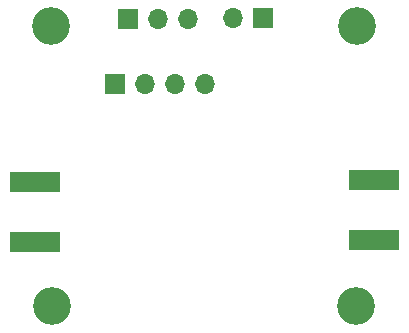
<source format=gbs>
%TF.GenerationSoftware,KiCad,Pcbnew,8.0.8*%
%TF.CreationDate,2025-02-12T15:11:31-05:00*%
%TF.ProjectId,pa-test-board,70612d74-6573-4742-9d62-6f6172642e6b,rev?*%
%TF.SameCoordinates,Original*%
%TF.FileFunction,Soldermask,Bot*%
%TF.FilePolarity,Negative*%
%FSLAX46Y46*%
G04 Gerber Fmt 4.6, Leading zero omitted, Abs format (unit mm)*
G04 Created by KiCad (PCBNEW 8.0.8) date 2025-02-12 15:11:31*
%MOMM*%
%LPD*%
G01*
G04 APERTURE LIST*
G04 Aperture macros list*
%AMRoundRect*
0 Rectangle with rounded corners*
0 $1 Rounding radius*
0 $2 $3 $4 $5 $6 $7 $8 $9 X,Y pos of 4 corners*
0 Add a 4 corners polygon primitive as box body*
4,1,4,$2,$3,$4,$5,$6,$7,$8,$9,$2,$3,0*
0 Add four circle primitives for the rounded corners*
1,1,$1+$1,$2,$3*
1,1,$1+$1,$4,$5*
1,1,$1+$1,$6,$7*
1,1,$1+$1,$8,$9*
0 Add four rect primitives between the rounded corners*
20,1,$1+$1,$2,$3,$4,$5,0*
20,1,$1+$1,$4,$5,$6,$7,0*
20,1,$1+$1,$6,$7,$8,$9,0*
20,1,$1+$1,$8,$9,$2,$3,0*%
G04 Aperture macros list end*
%ADD10R,1.700000X1.700000*%
%ADD11O,1.700000X1.700000*%
%ADD12C,3.200000*%
%ADD13RoundRect,0.101600X2.032000X-0.762000X2.032000X0.762000X-2.032000X0.762000X-2.032000X-0.762000X0*%
%ADD14RoundRect,0.101600X-2.032000X0.762000X-2.032000X-0.762000X2.032000X-0.762000X2.032000X0.762000X0*%
G04 APERTURE END LIST*
D10*
%TO.C,J1*%
X144050000Y-94950000D03*
D11*
X146590000Y-94950000D03*
X149130000Y-94950000D03*
%TD*%
D12*
%TO.C,H3*%
X137600000Y-119300000D03*
%TD*%
D13*
%TO.C,J2*%
X136132000Y-108810000D03*
X136132000Y-113890000D03*
%TD*%
D12*
%TO.C,H4*%
X163400000Y-95600000D03*
%TD*%
%TO.C,H2*%
X163300000Y-119300000D03*
%TD*%
D10*
%TO.C,J4*%
X142932550Y-100500000D03*
D11*
X145472550Y-100500000D03*
X148012550Y-100500000D03*
X150552550Y-100500000D03*
%TD*%
D10*
%TO.C,J5*%
X155400000Y-94900000D03*
D11*
X152860000Y-94900000D03*
%TD*%
D12*
%TO.C,H1*%
X137500000Y-95600000D03*
%TD*%
D14*
%TO.C,J3*%
X164845450Y-113690000D03*
X164845450Y-108610000D03*
%TD*%
M02*

</source>
